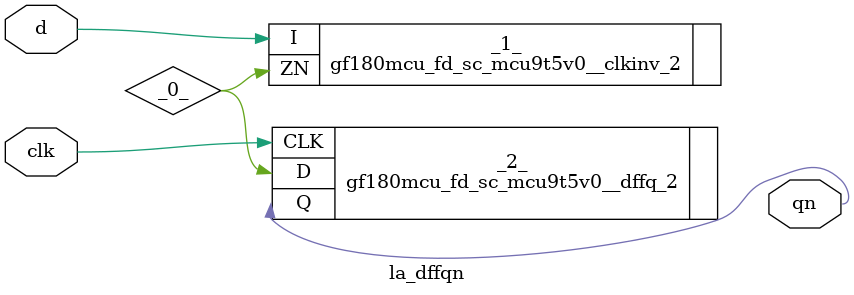
<source format=v>

/* Generated by Yosys 0.44 (git sha1 80ba43d26, g++ 11.4.0-1ubuntu1~22.04 -fPIC -O3) */

(* top =  1  *)
(* src = "inputs/la_dffqn.v:10.1-20.10" *)
module la_dffqn (
    d,
    clk,
    qn
);
  (* src = "inputs/la_dffqn.v:18.3-18.34" *)
  wire _0_;
  (* src = "inputs/la_dffqn.v:14.11-14.14" *)
  input clk;
  wire clk;
  (* src = "inputs/la_dffqn.v:13.11-13.12" *)
  input d;
  wire d;
  (* src = "inputs/la_dffqn.v:15.16-15.18" *)
  output qn;
  wire qn;
  gf180mcu_fd_sc_mcu9t5v0__clkinv_2 _1_ (
      .I (d),
      .ZN(_0_)
  );
  (* src = "inputs/la_dffqn.v:18.3-18.34" *)
  gf180mcu_fd_sc_mcu9t5v0__dffq_2 _2_ (
      .CLK(clk),
      .D  (_0_),
      .Q  (qn)
  );
endmodule

</source>
